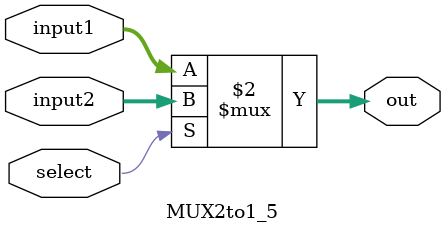
<source format=v>
`timescale 1ns/1ps
module MUX2to1_5(
  input [4:0] input1,
  input [4:0] input2,
  input select,
  output [4:0] out
);

  assign out = (select == 0) ? input1 : input2;

endmodule

</source>
